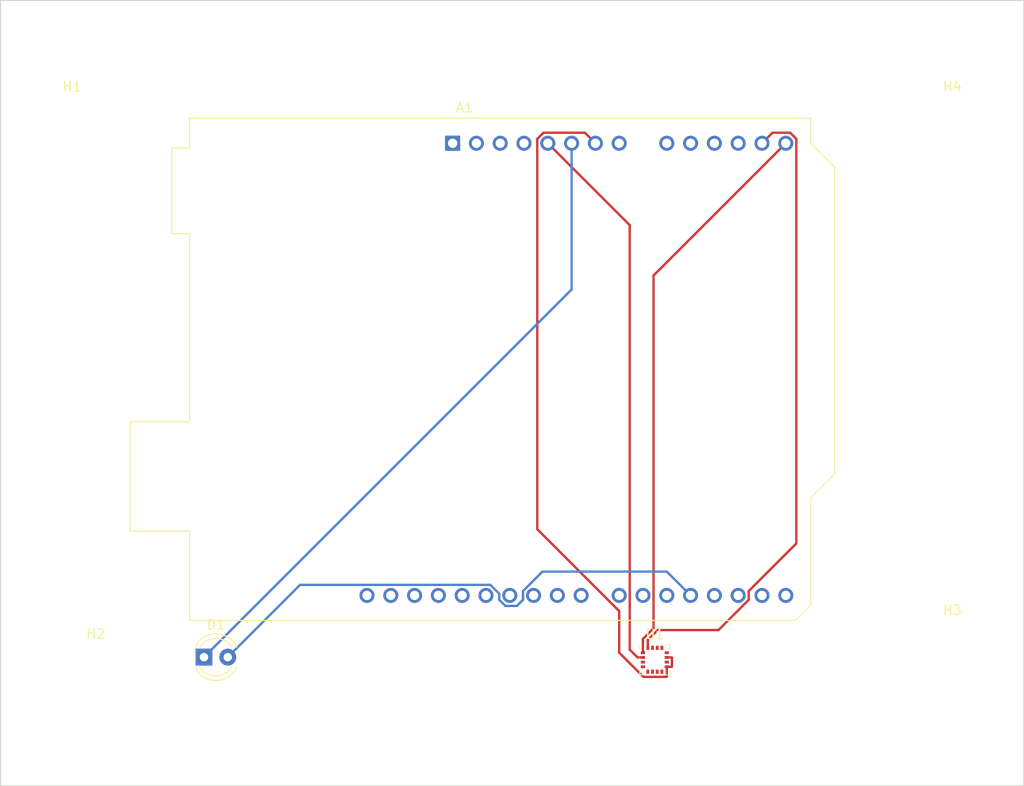
<source format=kicad_pcb>
(kicad_pcb (version 20221018) (generator pcbnew)
  (layers (0 "F.Cu" signal) (31 "B.Cu" signal) (34 "B.Paste" user) (35 "F.Paste" user) (36 "B.SilkS" user "B.Silkscreen") (37 "F.SilkS" user "F.Silkscreen") (38 "B.Mask" user) (39 "F.Mask" user) (44 "Edge.Cuts" user))
  (net 0 "")
  (net 5 "Net-(A1-+5V)")
  (net 6 "Net-(D1-K)")
  (net 7 "Net-(A1-GND-Pad7)")
  (net 8 "+5V")
  (net 13 "Net-(U1-SDA)")
  (net 14 "Net-(U1-SCL)")
  (net 19 "Net-(A1-D4)")
  (footprint "MountingHole:MountingHole_2.5mm" (layer "F.Cu") (at 83.82 38.1)
    (fp_text reference "H1" (at 0 -3.5) (layer "F.SilkS"))
    (fp_text value "MountingHole")
    (pad "" np_thru_hole circle (at 0 0) (size 2.5 2.5) (drill 2.5) (layers "*.Cu" "*.Mask"))
  )
  (footprint "LED_THT:LED_D4.0mm" (layer "F.Cu") (at 97.92 95.49)
    (fp_text reference "D1" (at 1.27 -3.46) (layer "F.SilkS"))
    (fp_text value "LED")
    (fp_line (start -0.79 -1.399) (end -0.79 -1.08) (stroke (width 0.12)) (layer "F.SilkS"))
    (fp_line (start -0.79 1.08) (end -0.79 1.399) (stroke (width 0.12)) (layer "F.SilkS"))
    (fp_arc (start -0.79 -1.398749) (mid 1.453519 -2.483228) (end 3.513242 -1.080724) (stroke (width 0.12)) (layer "F.SilkS"))
    (fp_arc (start -0.41333 -1.08) (mid 1.269429 -2) (end 2.952713 -1.080961) (stroke (width 0.12)) (layer "F.SilkS"))
    (fp_arc (start 2.952713 1.080961) (mid 1.269429 2) (end -0.41333 1.08) (stroke (width 0.12)) (layer "F.SilkS"))
    (fp_arc (start 3.513242 1.080724) (mid 1.453519 2.483228) (end -0.79 1.398749) (stroke (width 0.12)) (layer "F.SilkS"))
    (pad "1" thru_hole rect (at 0 0) (size 1.8 1.8) (drill 0.9) (layers "*.Cu" "*.Mask") (net 6 "Net-(D1-K)"))
    (pad "2" thru_hole circle (at 2.54 0) (size 1.8 1.8) (drill 0.9) (layers "*.Cu" "*.Mask") (net 19 "Net-(A1-D4)"))
  )
  (footprint "Module:Arduino_UNO_R3" (layer "F.Cu") (at 124.46 40.64)
    (fp_text reference "A1" (at 1.27 -3.81 180) (layer "F.SilkS"))
    (fp_text value "Arduino_UNO_R3")
    (fp_line (start -34.42 29.72) (end -34.42 41.4) (stroke (width 0.12)) (layer "F.SilkS"))
    (fp_line (start -34.42 41.4) (end -28.07 41.4) (stroke (width 0.12)) (layer "F.SilkS"))
    (fp_line (start -29.97 0.51) (end -29.97 9.65) (stroke (width 0.12)) (layer "F.SilkS"))
    (fp_line (start -29.97 9.65) (end -28.07 9.65) (stroke (width 0.12)) (layer "F.SilkS"))
    (fp_line (start -28.07 -2.67) (end -28.07 0.51) (stroke (width 0.12)) (layer "F.SilkS"))
    (fp_line (start -28.07 0.51) (end -29.97 0.51) (stroke (width 0.12)) (layer "F.SilkS"))
    (fp_line (start -28.07 9.65) (end -28.07 29.72) (stroke (width 0.12)) (layer "F.SilkS"))
    (fp_line (start -28.07 29.72) (end -34.42 29.72) (stroke (width 0.12)) (layer "F.SilkS"))
    (fp_line (start -28.07 41.4) (end -28.07 50.93) (stroke (width 0.12)) (layer "F.SilkS"))
    (fp_line (start -28.07 50.93) (end 36.58 50.93) (stroke (width 0.12)) (layer "F.SilkS"))
    (fp_line (start 36.58 50.93) (end 38.23 49.28) (stroke (width 0.12)) (layer "F.SilkS"))
    (fp_line (start 38.23 -2.67) (end -28.07 -2.67) (stroke (width 0.12)) (layer "F.SilkS"))
    (fp_line (start 38.23 0) (end 38.23 -2.67) (stroke (width 0.12)) (layer "F.SilkS"))
    (fp_line (start 38.23 37.85) (end 40.77 35.31) (stroke (width 0.12)) (layer "F.SilkS"))
    (fp_line (start 38.23 49.28) (end 38.23 37.85) (stroke (width 0.12)) (layer "F.SilkS"))
    (fp_line (start 40.77 2.54) (end 38.23 0) (stroke (width 0.12)) (layer "F.SilkS"))
    (fp_line (start 40.77 35.31) (end 40.77 2.54) (stroke (width 0.12)) (layer "F.SilkS"))
    (pad "1" thru_hole rect (at 0 0 90) (size 1.6 1.6) (drill 1) (layers "*.Cu" "*.Mask"))
    (pad "2" thru_hole oval (at 2.54 0 90) (size 1.6 1.6) (drill 1) (layers "*.Cu" "*.Mask"))
    (pad "3" thru_hole oval (at 5.08 0 90) (size 1.6 1.6) (drill 1) (layers "*.Cu" "*.Mask"))
    (pad "4" thru_hole oval (at 7.62 0 90) (size 1.6 1.6) (drill 1) (layers "*.Cu" "*.Mask"))
    (pad "5" thru_hole oval (at 10.16 0 90) (size 1.6 1.6) (drill 1) (layers "*.Cu" "*.Mask") (net 5 "Net-(A1-+5V)"))
    (pad "6" thru_hole oval (at 12.7 0 90) (size 1.6 1.6) (drill 1) (layers "*.Cu" "*.Mask") (net 6 "Net-(D1-K)"))
    (pad "7" thru_hole oval (at 15.24 0 90) (size 1.6 1.6) (drill 1) (layers "*.Cu" "*.Mask") (net 7 "Net-(A1-GND-Pad7)"))
    (pad "8" thru_hole oval (at 17.78 0 90) (size 1.6 1.6) (drill 1) (layers "*.Cu" "*.Mask") (net 8 "+5V"))
    (pad "9" thru_hole oval (at 22.86 0 90) (size 1.6 1.6) (drill 1) (layers "*.Cu" "*.Mask"))
    (pad "10" thru_hole oval (at 25.4 0 90) (size 1.6 1.6) (drill 1) (layers "*.Cu" "*.Mask"))
    (pad "11" thru_hole oval (at 27.94 0 90) (size 1.6 1.6) (drill 1) (layers "*.Cu" "*.Mask"))
    (pad "12" thru_hole oval (at 30.48 0 90) (size 1.6 1.6) (drill 1) (layers "*.Cu" "*.Mask"))
    (pad "13" thru_hole oval (at 33.02 0 90) (size 1.6 1.6) (drill 1) (layers "*.Cu" "*.Mask") (net 13 "Net-(U1-SDA)"))
    (pad "14" thru_hole oval (at 35.56 0 90) (size 1.6 1.6) (drill 1) (layers "*.Cu" "*.Mask") (net 14 "Net-(U1-SCL)"))
    (pad "15" thru_hole oval (at 35.56 48.26 90) (size 1.6 1.6) (drill 1) (layers "*.Cu" "*.Mask"))
    (pad "16" thru_hole oval (at 33.02 48.26 90) (size 1.6 1.6) (drill 1) (layers "*.Cu" "*.Mask"))
    (pad "17" thru_hole oval (at 30.48 48.26 90) (size 1.6 1.6) (drill 1) (layers "*.Cu" "*.Mask"))
    (pad "18" thru_hole oval (at 27.94 48.26 90) (size 1.6 1.6) (drill 1) (layers "*.Cu" "*.Mask"))
    (pad "19" thru_hole oval (at 25.4 48.26 90) (size 1.6 1.6) (drill 1) (layers "*.Cu" "*.Mask") (net 19 "Net-(A1-D4)"))
    (pad "20" thru_hole oval (at 22.86 48.26 90) (size 1.6 1.6) (drill 1) (layers "*.Cu" "*.Mask"))
    (pad "21" thru_hole oval (at 20.32 48.26 90) (size 1.6 1.6) (drill 1) (layers "*.Cu" "*.Mask"))
    (pad "22" thru_hole oval (at 17.78 48.26 90) (size 1.6 1.6) (drill 1) (layers "*.Cu" "*.Mask"))
    (pad "23" thru_hole oval (at 13.72 48.26 90) (size 1.6 1.6) (drill 1) (layers "*.Cu" "*.Mask"))
    (pad "24" thru_hole oval (at 11.18 48.26 90) (size 1.6 1.6) (drill 1) (layers "*.Cu" "*.Mask"))
    (pad "25" thru_hole oval (at 8.64 48.26 90) (size 1.6 1.6) (drill 1) (layers "*.Cu" "*.Mask"))
    (pad "26" thru_hole oval (at 6.1 48.26 90) (size 1.6 1.6) (drill 1) (layers "*.Cu" "*.Mask"))
    (pad "27" thru_hole oval (at 3.56 48.26 90) (size 1.6 1.6) (drill 1) (layers "*.Cu" "*.Mask"))
    (pad "28" thru_hole oval (at 1.02 48.26 90) (size 1.6 1.6) (drill 1) (layers "*.Cu" "*.Mask"))
    (pad "29" thru_hole oval (at -1.52 48.26 90) (size 1.6 1.6) (drill 1) (layers "*.Cu" "*.Mask"))
    (pad "30" thru_hole oval (at -4.06 48.26 90) (size 1.6 1.6) (drill 1) (layers "*.Cu" "*.Mask"))
    (pad "31" thru_hole oval (at -6.6 48.26 90) (size 1.6 1.6) (drill 1) (layers "*.Cu" "*.Mask"))
    (pad "32" thru_hole oval (at -9.14 48.26 90) (size 1.6 1.6) (drill 1) (layers "*.Cu" "*.Mask"))
  )
  (footprint "Package_LGA:LGA-16_3x3mm_P0.5mm" (layer "F.Cu") (at 146.045 95.77)
    (fp_text reference "U1" (at 0 -2.7) (layer "F.SilkS"))
    (fp_text value "MMC5883MA")
    (fp_line (start -1.6 -1.6) (end -1.6 -1.1) (stroke (width 0.1)) (layer "F.SilkS"))
    (fp_line (start -1.6 1.6) (end -1.6 1.1) (stroke (width 0.1)) (layer "F.SilkS"))
    (fp_line (start -1.6 1.6) (end -1.1 1.6) (stroke (width 0.1)) (layer "F.SilkS"))
    (fp_line (start 1.1 -1.6) (end 1.6 -1.6) (stroke (width 0.1)) (layer "F.SilkS"))
    (fp_line (start 1.6 -1.6) (end 1.6 -1.1) (stroke (width 0.1)) (layer "F.SilkS"))
    (fp_line (start 1.6 1.1) (end 1.6 1.6) (stroke (width 0.1)) (layer "F.SilkS"))
    (fp_line (start 1.6 1.6) (end 1.1 1.6) (stroke (width 0.1)) (layer "F.SilkS"))
    (fp_line (start 1.6 1.6) (end 1.6 1.1) (stroke (width 0.1)) (layer "F.SilkS"))
    (pad "1" smd rect (at -1.275 -0.75 90) (size 0.3 0.45) (layers "F.Cu" "F.Paste" "F.Mask") (net 14 "Net-(U1-SCL)"))
    (pad "2" smd rect (at -1.275 -0.25 90) (size 0.3 0.45) (layers "F.Cu" "F.Paste" "F.Mask") (net 5 "Net-(A1-+5V)"))
    (pad "3" smd rect (at -1.275 0.25 90) (size 0.3 0.45) (layers "F.Cu" "F.Paste" "F.Mask"))
    (pad "4" smd rect (at -1.275 0.75 90) (size 0.3 0.45) (layers "F.Cu" "F.Paste" "F.Mask"))
    (pad "5" smd rect (at -0.75 1.275) (size 0.3 0.45) (layers "F.Cu" "F.Paste" "F.Mask"))
    (pad "6" smd rect (at -0.25 1.275) (size 0.3 0.45) (layers "F.Cu" "F.Paste" "F.Mask"))
    (pad "7" smd rect (at 0.25 1.275) (size 0.3 0.45) (layers "F.Cu" "F.Paste" "F.Mask"))
    (pad "8" smd rect (at 0.75 1.275) (size 0.3 0.45) (layers "F.Cu" "F.Paste" "F.Mask"))
    (pad "9" smd rect (at 1.275 0.75 90) (size 0.3 0.45) (layers "F.Cu" "F.Paste" "F.Mask") (net 7 "Net-(A1-GND-Pad7)"))
    (pad "10" smd rect (at 1.275 0.25 90) (size 0.3 0.45) (layers "F.Cu" "F.Paste" "F.Mask"))
    (pad "11" smd rect (at 1.275 -0.25 90) (size 0.3 0.45) (layers "F.Cu" "F.Paste" "F.Mask") (net 7 "Net-(A1-GND-Pad7)"))
    (pad "12" smd rect (at 1.275 -0.75 90) (size 0.3 0.45) (layers "F.Cu" "F.Paste" "F.Mask"))
    (pad "13" smd rect (at 0.75 -1.275) (size 0.3 0.45) (layers "F.Cu" "F.Paste" "F.Mask"))
    (pad "14" smd rect (at 0.25 -1.275) (size 0.3 0.45) (layers "F.Cu" "F.Paste" "F.Mask"))
    (pad "15" smd rect (at -0.25 -1.275) (size 0.3 0.45) (layers "F.Cu" "F.Paste" "F.Mask"))
    (pad "16" smd rect (at -0.75 -1.275) (size 0.3 0.45) (layers "F.Cu" "F.Paste" "F.Mask") (net 13 "Net-(U1-SDA)"))
  )
  (footprint "MountingHole:MountingHole_2.5mm" (layer "F.Cu") (at 86.36 96.52)
    (fp_text reference "H2" (at 0 -3.5) (layer "F.SilkS"))
    (fp_text value "MountingHole")
    (pad "" np_thru_hole circle (at 0 0) (size 2.5 2.5) (drill 2.5) (layers "*.Cu" "*.Mask"))
  )
  (footprint "MountingHole:MountingHole_2.5mm" (layer "F.Cu") (at 177.8 38.1)
    (fp_text reference "H4" (at 0 -3.5) (layer "F.SilkS"))
    (fp_text value "MountingHole")
    (pad "" np_thru_hole circle (at 0 0) (size 2.5 2.5) (drill 2.5) (layers "*.Cu" "*.Mask"))
  )
  (footprint "MountingHole:MountingHole_2.5mm" (layer "F.Cu") (at 177.8 93.98)
    (fp_text reference "H3" (at 0 -3.5) (layer "F.SilkS"))
    (fp_text value "MountingHole")
    (pad "" np_thru_hole circle (at 0 0) (size 2.5 2.5) (drill 2.5) (layers "*.Cu" "*.Mask"))
  )
  (gr_rect (start 76.2 25.4) (end 185.42 109.22) (stroke (width 0.1)) (fill none) (layer "Edge.Cuts"))
  (segment (start 143.365 49.385) (end 143.365 94.69) (width 0.25) (layer "F.Cu") (net 5))
  (segment (start 144.195 95.52) (end 144.77 95.52) (width 0.25) (layer "F.Cu") (net 5))
  (segment (start 143.365 94.69) (end 144.195 95.52) (width 0.25) (layer "F.Cu") (net 5))
  (segment (start 134.62 40.64) (end 143.365 49.385) (width 0.25) (layer "F.Cu") (net 5))
  (segment (start 137.16 40.64) (end 137.16 56.25) (width 0.25) (layer "B.Cu") (net 6))
  (segment (start 137.16 56.25) (end 97.92 95.49) (width 0.25) (layer "B.Cu") (net 6))
  (segment (start 142.24 90.579009) (end 142.24 95.015) (width 0.25) (layer "F.Cu") (net 7))
  (segment (start 147.27 97.595) (end 147.32 97.545) (width 0.25) (layer "F.Cu") (net 7))
  (segment (start 147.87 96.495) (end 147.87 95.545) (width 0.25) (layer "F.Cu") (net 7))
  (segment (start 147.845 96.52) (end 147.87 96.495) (width 0.25) (layer "F.Cu") (net 7))
  (segment (start 139.7 40.64) (end 138.575 39.515) (width 0.25) (layer "F.Cu") (net 7))
  (segment (start 147.845 95.52) (end 147.32 95.52) (width 0.25) (layer "F.Cu") (net 7))
  (segment (start 147.32 96.52) (end 147.845 96.52) (width 0.25) (layer "F.Cu") (net 7))
  (segment (start 147.87 95.545) (end 147.845 95.52) (width 0.25) (layer "F.Cu") (net 7))
  (segment (start 133.495 40.174009) (end 133.495 81.834009) (width 0.25) (layer "F.Cu") (net 7))
  (segment (start 138.575 39.515) (end 134.154009 39.515) (width 0.25) (layer "F.Cu") (net 7))
  (segment (start 144.82 97.595) (end 147.27 97.595) (width 0.25) (layer "F.Cu") (net 7))
  (segment (start 133.495 81.834009) (end 142.24 90.579009) (width 0.25) (layer "F.Cu") (net 7))
  (segment (start 142.24 95.015) (end 144.82 97.595) (width 0.25) (layer "F.Cu") (net 7))
  (segment (start 147.32 97.545) (end 147.32 96.52) (width 0.25) (layer "F.Cu") (net 7))
  (segment (start 134.154009 39.515) (end 133.495 40.174009) (width 0.25) (layer "F.Cu") (net 7))
  (segment (start 161.145 83.354009) (end 156.065 88.434009) (width 0.25) (layer "F.Cu") (net 13))
  (segment (start 156.065 89.365991) (end 152.830991 92.6) (width 0.25) (layer "F.Cu") (net 13))
  (segment (start 145.295 93.66) (end 145.295 94.495) (width 0.25) (layer "F.Cu") (net 13))
  (segment (start 158.605 39.515) (end 160.485991 39.515) (width 0.25) (layer "F.Cu") (net 13))
  (segment (start 157.48 40.64) (end 158.605 39.515) (width 0.25) (layer "F.Cu") (net 13))
  (segment (start 156.065 88.434009) (end 156.065 89.365991) (width 0.25) (layer "F.Cu") (net 13))
  (segment (start 146.355 92.6) (end 145.295 93.66) (width 0.25) (layer "F.Cu") (net 13))
  (segment (start 160.485991 39.515) (end 161.145 40.174009) (width 0.25) (layer "F.Cu") (net 13))
  (segment (start 161.145 40.174009) (end 161.145 83.354009) (width 0.25) (layer "F.Cu") (net 13))
  (segment (start 152.830991 92.6) (end 146.355 92.6) (width 0.25) (layer "F.Cu") (net 13))
  (segment (start 160.02 40.64) (end 145.905 54.755) (width 0.25) (layer "F.Cu") (net 14))
  (segment (start 145.905 54.755) (end 145.905 92.413604) (width 0.25) (layer "F.Cu") (net 14))
  (segment (start 144.77 93.548604) (end 144.77 95.02) (width 0.25) (layer "F.Cu") (net 14))
  (segment (start 145.905 92.413604) (end 144.77 93.548604) (width 0.25) (layer "F.Cu") (net 14))
  (segment (start 129.435 88.724009) (end 129.435 89.365991) (width 0.25) (layer "B.Cu") (net 19))
  (segment (start 108.175 87.775) (end 128.485991 87.775) (width 0.25) (layer "B.Cu") (net 19))
  (segment (start 134.049009 86.36) (end 147.32 86.36) (width 0.25) (layer "B.Cu") (net 19))
  (segment (start 129.435 89.365991) (end 130.094009 90.025) (width 0.25) (layer "B.Cu") (net 19))
  (segment (start 131.315991 90.025) (end 131.975 89.365991) (width 0.25) (layer "B.Cu") (net 19))
  (segment (start 100.46 95.49) (end 108.175 87.775) (width 0.25) (layer "B.Cu") (net 19))
  (segment (start 128.485991 87.775) (end 129.435 88.724009) (width 0.25) (layer "B.Cu") (net 19))
  (segment (start 131.975 89.365991) (end 131.975 88.434009) (width 0.25) (layer "B.Cu") (net 19))
  (segment (start 130.094009 90.025) (end 131.315991 90.025) (width 0.25) (layer "B.Cu") (net 19))
  (segment (start 147.32 86.36) (end 149.86 88.9) (width 0.25) (layer "B.Cu") (net 19))
  (segment (start 131.975 88.434009) (end 134.049009 86.36) (width 0.25) (layer "B.Cu") (net 19))
)
</source>
